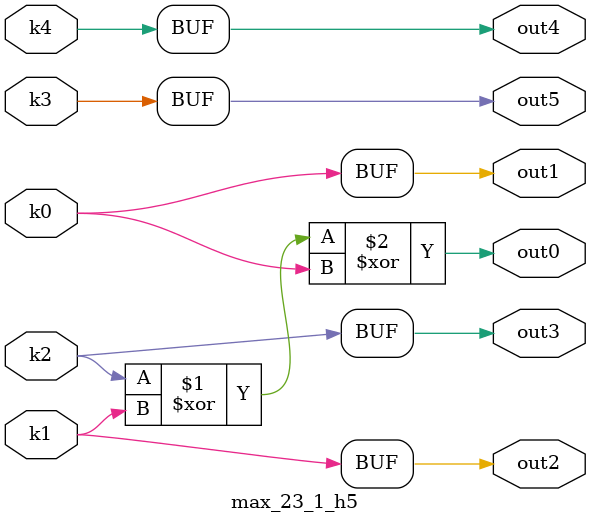
<source format=v>
module max_23_1(pi00, pi01, pi02, pi03, pi04, pi05, pi06, pi07, pi08, pi09, po0, po1, po2, po3, po4, po5);
input pi00, pi01, pi02, pi03, pi04, pi05, pi06, pi07, pi08, pi09;
output po0, po1, po2, po3, po4, po5;
wire k0, k1, k2, k3, k4;
max_23_1_w5 DUT1 (pi00, pi01, pi02, pi03, pi04, pi05, pi06, pi07, pi08, pi09, k0, k1, k2, k3, k4);
max_23_1_h5 DUT2 (k0, k1, k2, k3, k4, po0, po1, po2, po3, po4, po5);
endmodule

module max_23_1_w5(in9, in8, in7, in6, in5, in4, in3, in2, in1, in0, k4, k3, k2, k1, k0);
input in9, in8, in7, in6, in5, in4, in3, in2, in1, in0;
output k4, k3, k2, k1, k0;
assign k0 =   in2 ? in4 : (in5 ? ~in9 : ~in7);
assign k1 =   ~in3 & (in5 ? ~in8 : ~in6);
assign k2 =   ((~in4 & in0) | (in5 ? ~in9 : ~in7)) & (~in3 | (in5 ? ~in8 : ~in6)) & (~in4 | in0);
assign k3 =   ~in7 & in9;
assign k4 =   ((~in8 | in6) & (in1 | (~in9 & in7))) | (~in8 & in6);
endmodule

module max_23_1_h5(k4, k3, k2, k1, k0, out5, out4, out3, out2, out1, out0);
input k4, k3, k2, k1, k0;
output out5, out4, out3, out2, out1, out0;
assign out0 = k2 ^ k1 ^ k0;
assign out1 = k0;
assign out2 = k1;
assign out3 = k2;
assign out4 = k4;
assign out5 = k3;
endmodule

</source>
